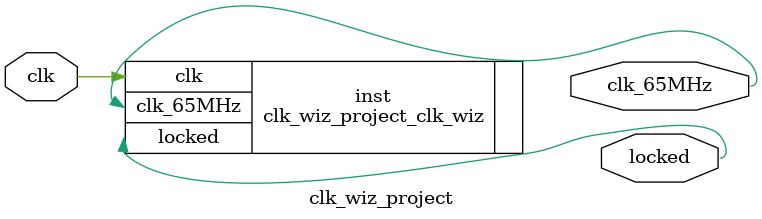
<source format=v>


`timescale 1ps/1ps

(* CORE_GENERATION_INFO = "clk_wiz_project,clk_wiz_v6_0_15_0_0,{component_name=clk_wiz_project,use_phase_alignment=true,use_min_o_jitter=false,use_max_i_jitter=false,use_dyn_phase_shift=false,use_inclk_switchover=false,use_dyn_reconfig=false,enable_axi=0,feedback_source=FDBK_AUTO,PRIMITIVE=MMCM,num_out_clk=1,clkin1_period=10.000,clkin2_period=10.000,use_power_down=false,use_reset=false,use_locked=true,use_inclk_stopped=false,feedback_type=SINGLE,CLOCK_MGR_TYPE=NA,manual_override=false}" *)

module clk_wiz_project 
 (
  // Clock out ports
  output        clk_65MHz,
  // Status and control signals
  output        locked,
 // Clock in ports
  input         clk
 );

  clk_wiz_project_clk_wiz inst
  (
  // Clock out ports  
  .clk_65MHz(clk_65MHz),
  // Status and control signals               
  .locked(locked),
 // Clock in ports
  .clk(clk)
  );

endmodule

</source>
